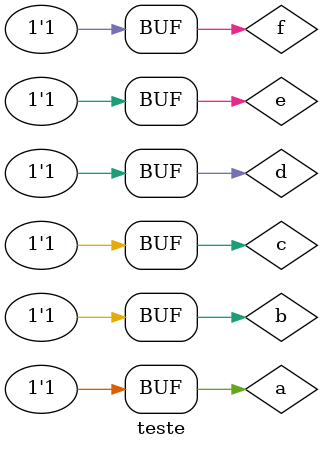
<source format=v>

module Exer1 (s, s1, a, b);
input a, b;
output s, s1;

 xor XOR1 (s,a,b);
 and AND1 (s1,a,b);
 
endmodule 



module soma1 (s2, s4, a, b, c);
input a, b, c;
output  s2, s4;
wire s, s1, s3;

Exer1 Meia1 (s, s1, a, b);
Exer1 Meia2 (s2, s3, s, c);
or ou (s4, s1, s3);

endmodule  



module teste;
 reg   a, b, c, d, e ,f;
 wire  s, s1, s2, s3, s4, s5;
          
			 
			 
 Exer1 Meia3 (s,s1,c,f);
 soma1 Soma2 (s2, s3, s1, b, e);
 soma1 Soma3 (s4, s5, s3, a, d);



         
 initial begin
     	$display("Igor Rodrigues de Oliveira - 380771");
      $display("Exercicio 01");
		$display("AC - 2010");
      $display("\na b c  d e f   s");
 	   $monitor("%b %b %b  %b %b %b  %b%b%b | %b", a, b, c, d, e, f, s4, s2, s, s5);
 		
         a=0; b=0; c=0; d=0; e=0; f=0;
      #1 a=0; b=0; c=0; d=0; e=0; f=1;
		#1 a=0; b=0; c=0; d=0; e=1; f=0;
		#1 a=0; b=0; c=0; d=0; e=1; f=1;
		#1 a=0; b=0; c=0; d=1; e=0; f=0;
		#1 a=0; b=0; c=0; d=1; e=0; f=1;
		#1 a=0; b=0; c=0; d=1; e=1; f=0;
		#1 a=0; b=0; c=0; d=1; e=1; f=1;
		#1 a=0; b=0; c=1; d=0; e=0; f=0;
		#1 a=0; b=0; c=1; d=0; e=0; f=1;
		#1 a=0; b=0; c=1; d=0; e=1; f=0;
		#1 a=0; b=0; c=1; d=0; e=1; f=1;
		#1 a=0; b=0; c=1; d=1; e=0; f=0;
		#1 a=0; b=0; c=1; d=1; e=0; f=1;
		#1 a=0; b=0; c=1; d=1; e=1; f=0;
		#1 a=0; b=0; c=1; d=1; e=1; f=1;
		#1 a=0; b=1; c=0; d=0; e=0; f=0;
		#1 a=0; b=1; c=0; d=0; e=0; f=1;
		#1 a=0; b=1; c=0; d=0; e=1; f=0;
		#1 a=0; b=1; c=0; d=0; e=1; f=1;
		#1 a=0; b=1; c=0; d=1; e=0; f=0;
		#1 a=0; b=1; c=0; d=1; e=0; f=1;
		#1 a=0; b=1; c=0; d=1; e=1; f=0;
		#1 a=0; b=1; c=0; d=1; e=1; f=1;
		#1 a=0; b=1; c=1; d=0; e=0; f=0;
		#1 a=0; b=1; c=1; d=0; e=0; f=1;
		#1 a=0; b=1; c=1; d=0; e=1; f=0;
		#1 a=0; b=1; c=1; d=0; e=1; f=1;
		#1 a=0; b=1; c=1; d=1; e=0; f=0;
		#1 a=0; b=1; c=1; d=1; e=0; f=1;
		#1 a=0; b=1; c=1; d=1; e=1; f=0;
		#1 a=0; b=1; c=1; d=1; e=1; f=1;
		#1 a=1; b=1; c=0; d=0; e=0; f=0;
		#1 a=1; b=0; c=0; d=0; e=0; f=1;
		#1 a=1; b=0; c=0; d=0; e=1; f=0;
		#1 a=1; b=0; c=0; d=0; e=1; f=1;
		#1 a=1; b=0; c=0; d=1; e=0; f=0;
		#1 a=1; b=0; c=0; d=1; e=0; f=1;
		#1 a=1; b=0; c=0; d=1; e=1; f=0;
		#1 a=1; b=0; c=0; d=1; e=1; f=1;
		#1 a=1; b=0; c=1; d=0; e=0; f=0;
		#1 a=1; b=0; c=1; d=0; e=0; f=1;
		#1 a=1; b=0; c=1; d=0; e=1; f=0;
		#1 a=1; b=0; c=1; d=0; e=1; f=1;
		#1 a=1; b=0; c=1; d=1; e=0; f=0;
		#1 a=1; b=0; c=1; d=1; e=0; f=1;
		#1 a=1; b=0; c=1; d=1; e=1; f=0;
		#1 a=1; b=0; c=1; d=1; e=1; f=1;
		#1 a=1; b=1; c=0; d=0; e=0; f=0;
		#1 a=1; b=1; c=0; d=0; e=0; f=1;
		#1 a=1; b=1; c=0; d=0; e=1; f=0;
		#1 a=1; b=1; c=0; d=0; e=1; f=1;
		#1 a=1; b=1; c=0; d=1; e=0; f=0;
		#1 a=1; b=1; c=0; d=1; e=0; f=1;
		#1 a=1; b=1; c=0; d=1; e=1; f=0;
		#1 a=1; b=1; c=0; d=1; e=1; f=1;
		#1 a=1; b=1; c=1; d=0; e=0; f=0;
		#1 a=1; b=1; c=1; d=0; e=0; f=1;
		#1 a=1; b=1; c=1; d=0; e=1; f=0;
		#1 a=1; b=1; c=1; d=0; e=1; f=1;
		#1 a=1; b=1; c=1; d=1; e=0; f=0;
		#1 a=1; b=1; c=1; d=1; e=0; f=1;
		#1 a=1; b=1; c=1; d=1; e=1; f=0;
		#1 a=1; b=1; c=1; d=1; e=1; f=1;
		
 end

endmodule
</source>
